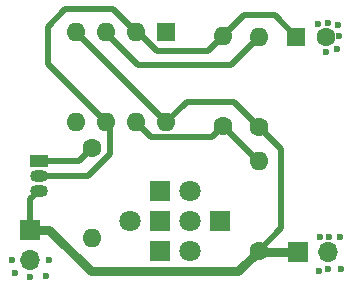
<source format=gbr>
%TF.GenerationSoftware,KiCad,Pcbnew,8.0.5*%
%TF.CreationDate,2025-07-29T10:24:45+02:00*%
%TF.ProjectId,LED_FADER,4c45445f-4641-4444-9552-2e6b69636164,rev?*%
%TF.SameCoordinates,Original*%
%TF.FileFunction,Copper,L1,Top*%
%TF.FilePolarity,Positive*%
%FSLAX46Y46*%
G04 Gerber Fmt 4.6, Leading zero omitted, Abs format (unit mm)*
G04 Created by KiCad (PCBNEW 8.0.5) date 2025-07-29 10:24:45*
%MOMM*%
%LPD*%
G01*
G04 APERTURE LIST*
%TA.AperFunction,ComponentPad*%
%ADD10R,1.500000X1.050000*%
%TD*%
%TA.AperFunction,ComponentPad*%
%ADD11O,1.500000X1.050000*%
%TD*%
%TA.AperFunction,ComponentPad*%
%ADD12C,1.600000*%
%TD*%
%TA.AperFunction,ComponentPad*%
%ADD13O,1.600000X1.600000*%
%TD*%
%TA.AperFunction,ComponentPad*%
%ADD14R,1.800000X1.800000*%
%TD*%
%TA.AperFunction,ComponentPad*%
%ADD15C,1.800000*%
%TD*%
%TA.AperFunction,ComponentPad*%
%ADD16R,1.600000X1.600000*%
%TD*%
%TA.AperFunction,ComponentPad*%
%ADD17R,1.700000X1.700000*%
%TD*%
%TA.AperFunction,ComponentPad*%
%ADD18O,1.700000X1.700000*%
%TD*%
%TA.AperFunction,ViaPad*%
%ADD19C,0.600000*%
%TD*%
%TA.AperFunction,Conductor*%
%ADD20C,0.750000*%
%TD*%
%TA.AperFunction,Conductor*%
%ADD21C,0.500000*%
%TD*%
G04 APERTURE END LIST*
D10*
%TO.P,U2,1,VO*%
%TO.N,Net-(U2-VO)*%
X125940000Y-89540000D03*
D11*
%TO.P,U2,2,GND*%
%TO.N,Net-(U1-THR)*%
X125940000Y-90810000D03*
%TO.P,U2,3,VI*%
%TO.N,VCC*%
X125940000Y-92080000D03*
%TD*%
D12*
%TO.P,R3,1*%
%TO.N,Net-(U1-DIS)*%
X141510000Y-86630000D03*
D13*
%TO.P,R3,2*%
%TO.N,Net-(U1-THR)*%
X141510000Y-79010000D03*
%TD*%
D14*
%TO.P,D4,1,K*%
%TO.N,GND*%
X141235000Y-94610000D03*
D15*
%TO.P,D4,2,A*%
%TO.N,Net-(D1-A)*%
X138695000Y-94610000D03*
%TD*%
D12*
%TO.P,R1,1*%
%TO.N,VCC*%
X144550000Y-86660000D03*
D13*
%TO.P,R1,2*%
%TO.N,Net-(U1-Q)*%
X144550000Y-79040000D03*
%TD*%
D14*
%TO.P,D3,1,K*%
%TO.N,GND*%
X136155000Y-94610000D03*
D15*
%TO.P,D3,2,A*%
%TO.N,Net-(D1-A)*%
X133615000Y-94610000D03*
%TD*%
D16*
%TO.P,U1,1,GND*%
%TO.N,GND*%
X136680000Y-78670000D03*
D13*
%TO.P,U1,2,TR*%
%TO.N,Net-(U1-THR)*%
X134140000Y-78670000D03*
%TO.P,U1,3,Q*%
%TO.N,Net-(U1-Q)*%
X131600000Y-78670000D03*
%TO.P,U1,4,R*%
%TO.N,VCC*%
X129060000Y-78670000D03*
%TO.P,U1,5,CV*%
%TO.N,unconnected-(U1-CV-Pad5)*%
X129060000Y-86290000D03*
%TO.P,U1,6,THR*%
%TO.N,Net-(U1-THR)*%
X131600000Y-86290000D03*
%TO.P,U1,7,DIS*%
%TO.N,Net-(U1-DIS)*%
X134140000Y-86290000D03*
%TO.P,U1,8,VCC*%
%TO.N,VCC*%
X136680000Y-86290000D03*
%TD*%
D12*
%TO.P,R4,1*%
%TO.N,Net-(U2-VO)*%
X130380000Y-88470000D03*
D13*
%TO.P,R4,2*%
%TO.N,Net-(D1-A)*%
X130380000Y-96090000D03*
%TD*%
D16*
%TO.P,C1,1*%
%TO.N,Net-(U1-THR)*%
X147720000Y-79090000D03*
D12*
%TO.P,C1,2*%
%TO.N,GND*%
X150220000Y-79090000D03*
%TD*%
D17*
%TO.P,J2,1,Pin_1*%
%TO.N,VCC*%
X147880000Y-97300000D03*
D18*
%TO.P,J2,2,Pin_2*%
%TO.N,GND*%
X150420000Y-97300000D03*
%TD*%
D14*
%TO.P,D1,1,K*%
%TO.N,GND*%
X136155000Y-92070000D03*
D15*
%TO.P,D1,2,A*%
%TO.N,Net-(D1-A)*%
X138695000Y-92070000D03*
%TD*%
D14*
%TO.P,D2,1,K*%
%TO.N,GND*%
X136155000Y-97150000D03*
D15*
%TO.P,D2,2,A*%
%TO.N,Net-(D1-A)*%
X138695000Y-97150000D03*
%TD*%
D12*
%TO.P,R2,1*%
%TO.N,VCC*%
X144510000Y-97180000D03*
D13*
%TO.P,R2,2*%
%TO.N,Net-(U1-DIS)*%
X144510000Y-89560000D03*
%TD*%
D17*
%TO.P,J3,1,Pin_1*%
%TO.N,VCC*%
X125200000Y-95375000D03*
D18*
%TO.P,J3,2,Pin_2*%
%TO.N,GND*%
X125200000Y-97915000D03*
%TD*%
D19*
%TO.N,GND*%
X150370000Y-77840000D03*
X150440000Y-96020000D03*
X149710000Y-95980000D03*
X151150000Y-80090000D03*
X150425000Y-98680000D03*
X151350000Y-79020000D03*
X149570000Y-77930000D03*
X151200000Y-78060000D03*
X123630000Y-97970000D03*
X151455000Y-98700000D03*
X150240000Y-80360000D03*
X125120000Y-99350000D03*
X151430000Y-96020000D03*
X123910000Y-99080000D03*
X126520000Y-99330000D03*
X126770000Y-97960000D03*
X149615000Y-98900000D03*
%TD*%
D20*
%TO.N,VCC*%
X144205000Y-97500000D02*
X144405000Y-97300000D01*
X144405000Y-97300000D02*
X147880000Y-97300000D01*
X142810000Y-98880000D02*
X144510000Y-97180000D01*
D21*
X125200000Y-95375000D02*
X125200000Y-92820000D01*
D20*
X147880000Y-97485000D02*
X147865000Y-97500000D01*
D21*
X144550000Y-86660000D02*
X142430000Y-84540000D01*
X147555000Y-97190000D02*
X147865000Y-97500000D01*
X146420000Y-95270000D02*
X146420000Y-88530000D01*
X138430000Y-84540000D02*
X136680000Y-86290000D01*
X129060000Y-78670000D02*
X136680000Y-86290000D01*
D20*
X144510000Y-97180000D02*
X144510000Y-97195000D01*
D21*
X142430000Y-84540000D02*
X138430000Y-84540000D01*
D20*
X125200000Y-95375000D02*
X126800000Y-95375000D01*
X147880000Y-97300000D02*
X147880000Y-97485000D01*
D21*
X144510000Y-97180000D02*
X146420000Y-95270000D01*
D20*
X126800000Y-95375000D02*
X130305000Y-98880000D01*
D21*
X146420000Y-88530000D02*
X144550000Y-86660000D01*
D20*
X130305000Y-98880000D02*
X142810000Y-98880000D01*
D21*
X125200000Y-92820000D02*
X125940000Y-92080000D01*
%TO.N,Net-(U1-Q)*%
X134290000Y-81400000D02*
X142210000Y-81400000D01*
X131600000Y-78710000D02*
X134290000Y-81400000D01*
X142210000Y-81400000D02*
X144550000Y-79060000D01*
X131600000Y-78670000D02*
X131600000Y-78710000D01*
X144550000Y-79060000D02*
X144550000Y-79040000D01*
%TO.N,Net-(U1-DIS)*%
X144440000Y-89560000D02*
X141510000Y-86630000D01*
X135390000Y-87540000D02*
X134140000Y-86290000D01*
X140600000Y-87540000D02*
X135390000Y-87540000D01*
X144510000Y-89560000D02*
X144430000Y-89560000D01*
X141510000Y-86630000D02*
X140600000Y-87540000D01*
X144510000Y-89560000D02*
X144440000Y-89560000D01*
%TO.N,Net-(U1-THR)*%
X126670000Y-81360000D02*
X126670000Y-78200000D01*
X126670000Y-78200000D02*
X128160000Y-76710000D01*
X131600000Y-86290000D02*
X126670000Y-81360000D01*
X131910000Y-88950000D02*
X131910000Y-86600000D01*
X134450000Y-78800000D02*
X135920000Y-80270000D01*
X135920000Y-80270000D02*
X140250000Y-80270000D01*
X130050000Y-90810000D02*
X125940000Y-90810000D01*
X132180000Y-76710000D02*
X134270000Y-78800000D01*
X147720000Y-79080000D02*
X145870000Y-77230000D01*
X143290000Y-77230000D02*
X141510000Y-79010000D01*
X131910000Y-88950000D02*
X130050000Y-90810000D01*
X140250000Y-80270000D02*
X141510000Y-79010000D01*
X147720000Y-79090000D02*
X147720000Y-79080000D01*
X128160000Y-76710000D02*
X132180000Y-76710000D01*
X134270000Y-78800000D02*
X134450000Y-78800000D01*
X131910000Y-86600000D02*
X131600000Y-86290000D01*
X145870000Y-77230000D02*
X143290000Y-77230000D01*
%TO.N,Net-(U2-VO)*%
X129310000Y-89540000D02*
X130380000Y-88470000D01*
X125940000Y-89540000D02*
X129310000Y-89540000D01*
%TD*%
M02*

</source>
